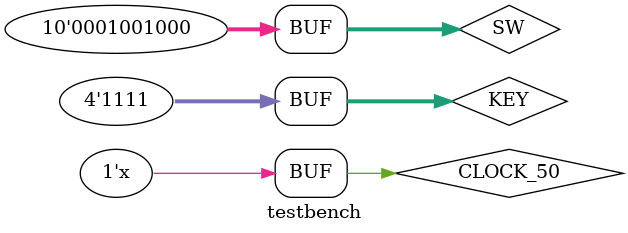
<source format=v>
`timescale 1ns / 1ps

module testbench ( );

	parameter CLOCK_PERIOD = 20;

    reg CLOCK_50;	
	reg [9:0] SW;
	reg [3:0] KEY;
	wire [9:0] LEDR;
    tri ps2_clk, ps2_dat;
    wire [6:0] HEX5, HEX4, HEX3, HEX2, HEX1, HEX0;
	wire [7:0] VGA_R;
	wire [7:0] VGA_G;
	wire [7:0] VGA_B;
	wire VGA_HS;
	wire VGA_VS;
	wire VGA_BLANK_N;
	wire VGA_SYNC_N;
	wire VGA_CLK;	

	initial begin
        CLOCK_50 <= 1'b0;
	end // initial
	always @ (*)
	begin : Clock_Generator
		#((CLOCK_PERIOD) / 2) CLOCK_50 <= ~CLOCK_50;
	end
	
	initial begin
        KEY <= 4'b1110; SW <= 8'b01001000;  // randomly chosen
        #20 KEY[0] <= 1'b1; // done reset
        #160 KEY[1] <= 1'b0;
        #20 KEY[1] <= 1'b1; // press to shown object
	end // initial

	vga_demo U1 (CLOCK_50, SW, KEY, LEDR, ps2_clk, ps2_dat, HEX5, HEX4, HEX3, HEX2, HEX1, HEX0, 
                 VGA_R, VGA_G, VGA_B, VGA_HS, VGA_VS, VGA_BLANK_N, VGA_SYNC_N, VGA_CLK);

endmodule

</source>
